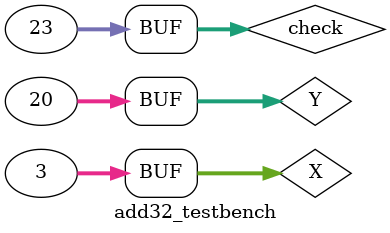
<source format=v>
`timescale 1ns / 1ps


module add32_testbench;

	// Inputs
	reg [31:0] X;
	reg [31:0] Y;
	reg [31:0] check; 

	// Outputs
	wire [31:0] Z;
	wire overflow;

	// Instantiate the Unit Under Test (UUT)
	add32 uut (
		.X(X), 
		.Y(Y), 
		.Z(Z), 
		.overflow(overflow)
	);

	initial begin
		// Initialize Inputs
		X = 3;
		Y = 20;
		check = 3 + 20; 

		// Wait 100 ns for global reset to finish
		#100;
        
		// Add stimulus here

	end
      
endmodule


</source>
